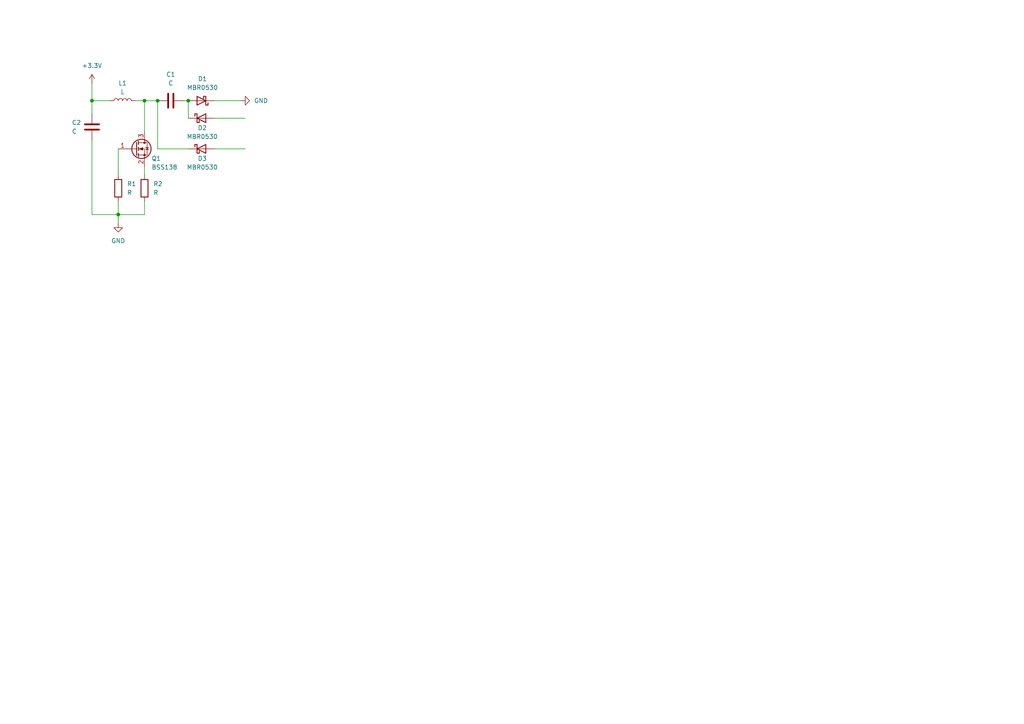
<source format=kicad_sch>
(kicad_sch (version 20231120) (generator "eeschema") (generator_version "8.0")
  (paper "A4")
  (lib_symbols
    (symbol "Device:C" (pin_numbers hide) (pin_names (offset 0.254))
      (property "Reference" "C" (at 0.635 2.54 0))
      (property "Value" "C" (at 0.635 -2.54 0))
      (symbol "C_0_1"
        (polyline (pts (xy -2.032 -0.762) (xy 2.032 -0.762)) (stroke (width 0.508)))
        (polyline (pts (xy -2.032 0.762) (xy 2.032 0.762)) (stroke (width 0.508)))
      )
      (symbol "C_1_1"
        (pin passive line (at 0 3.81 270) (length 2.794) (name "~") (number "1"))
        (pin passive line (at 0 -3.81 90) (length 2.794) (name "~") (number "2"))
      )
    )
    (symbol "Device:L" (pin_numbers hide) (pin_names (offset 1.016) hide)
      (property "Reference" "L" (at -1.27 0 90))
      (property "Value" "L" (at 1.905 0 90))
      (symbol "L_0_1"
        (arc (start 0 -2.54) (mid 0.6323 -1.905) (end 0 -1.27))
        (arc (start 0 -1.27) (mid 0.6323 -0.635) (end 0 0))
        (arc (start 0 0) (mid 0.6323 0.635) (end 0 1.27))
        (arc (start 0 1.27) (mid 0.6323 1.905) (end 0 2.54))
      )
      (symbol "L_1_1"
        (pin passive line (at 0 3.81 270) (length 1.27) (name "1") (number "1"))
        (pin passive line (at 0 -3.81 90) (length 1.27) (name "2") (number "2"))
      )
    )
    (symbol "Device:R" (pin_numbers hide) (pin_names (offset 0))
      (property "Reference" "R" (at 2.032 0 90))
      (property "Value" "R" (at 0 0 90))
      (symbol "R_0_1"
        (rectangle (start -1.016 -2.54) (end 1.016 2.54) (stroke (width 0.254)))
      )
      (symbol "R_1_1"
        (pin passive line (at 0 3.81 270) (length 1.27) (name "~") (number "1"))
        (pin passive line (at 0 -3.81 90) (length 1.27) (name "~") (number "2"))
      )
    )
    (symbol "Diode:MBR0530" (pin_numbers hide) (pin_names (offset 1.016) hide)
      (property "Reference" "D" (at 0 2.54 0))
      (property "Value" "MBR0530" (at 0 -2.54 0))
      (symbol "MBR0530_0_1"
        (polyline (pts (xy 1.27 0) (xy -1.27 0)))
        (polyline (pts (xy 1.27 1.27) (xy 1.27 -1.27) (xy -1.27 0) (xy 1.27 1.27)) (stroke (width 0.254)))
        (polyline (pts (xy -1.905 0.635) (xy -1.905 1.27) (xy -1.27 1.27) (xy -1.27 -1.27) (xy -0.635 -1.27) (xy -0.635 -0.635)) (stroke (width 0.254)))
      )
      (symbol "MBR0530_1_1"
        (pin passive line (at -3.81 0 0) (length 2.54) (name "K") (number "1"))
        (pin passive line (at 3.81 0 180) (length 2.54) (name "A") (number "2"))
      )
    )
    (symbol "Transistor_FET:BSS138" (pin_names hide)
      (property "Reference" "Q" (at 5.08 1.905 0))
      (property "Value" "BSS138" (at 5.08 0 0))
      (symbol "BSS138_0_1"
        (polyline (pts (xy 0.254 0) (xy -2.54 0)))
        (polyline (pts (xy 0.254 1.905) (xy 0.254 -1.905)) (stroke (width 0.254)))
        (polyline (pts (xy 0.762 -1.27) (xy 0.762 -2.286)) (stroke (width 0.254)))
        (polyline (pts (xy 0.762 0.508) (xy 0.762 -0.508)) (stroke (width 0.254)))
        (polyline (pts (xy 0.762 2.286) (xy 0.762 1.27)) (stroke (width 0.254)))
        (polyline (pts (xy 2.54 2.54) (xy 2.54 1.778)))
        (polyline (pts (xy 2.54 -2.54) (xy 2.54 0) (xy 0.762 0)))
        (polyline (pts (xy 0.762 -1.778) (xy 3.302 -1.778) (xy 3.302 1.778) (xy 0.762 1.778)))
        (polyline (pts (xy 1.016 0) (xy 2.032 0.381) (xy 2.032 -0.381) (xy 1.016 0)) (fill (type outline)))
        (polyline (pts (xy 2.794 0.508) (xy 2.921 0.381) (xy 3.683 0.381) (xy 3.81 0.254)))
        (polyline (pts (xy 3.302 0.381) (xy 2.921 -0.254) (xy 3.683 -0.254) (xy 3.302 0.381)))
        (circle (center 1.651 0) (radius 2.794) (stroke (width 0.254)))
        (circle (center 2.54 -1.778) (radius 0.254) (fill (type outline)))
        (circle (center 2.54 1.778) (radius 0.254) (fill (type outline)))
      )
      (symbol "BSS138_1_1"
        (pin input line (at -5.08 0 0) (length 2.54) (name "G") (number "1"))
        (pin passive line (at 2.54 -5.08 90) (length 2.54) (name "S") (number "2"))
        (pin passive line (at 2.54 5.08 270) (length 2.54) (name "D") (number "3"))
      )
    )
    (symbol "power:+3.3V" (power) (pin_numbers hide) (pin_names (offset 0) hide)
      (property "Value" "+3.3V" (at 0 3.556 0))
      (symbol "+3.3V_0_1"
        (polyline (pts (xy -0.762 1.27) (xy 0 2.54)))
        (polyline (pts (xy 0 0) (xy 0 2.54)))
        (polyline (pts (xy 0 2.54) (xy 0.762 1.27)))
      )
      (symbol "+3.3V_1_1"
        (pin power_in line (at 0 0 90) (length 0) (name "~") (number "1"))
      )
    )
    (symbol "power:GND" (power) (pin_numbers hide) (pin_names (offset 0) hide)
      (property "Value" "GND" (at 0 -3.81 0))
      (symbol "GND_0_1"
        (polyline (pts (xy 0 0) (xy 0 -1.27) (xy 1.27 -1.27) (xy 0 -2.54) (xy -1.27 -1.27) (xy 0 -1.27)))
      )
      (symbol "GND_1_1"
        (pin power_in line (at 0 0 270) (length 0) (name "~") (number "1"))
      )
    )
  )
  (junction (at 34.29 62.23))
  (junction (at 45.72 29.21))
  (junction (at 54.61 29.21))
  (junction (at 26.67 29.21))
  (junction (at 41.91 29.21))
  (wire (pts (xy 39.37 29.21) (xy 41.91 29.21)))
  (wire (pts (xy 53.34 29.21) (xy 54.61 29.21)))
  (wire (pts (xy 34.29 62.23) (xy 34.29 64.77)))
  (wire (pts (xy 62.23 34.29) (xy 71.12 34.29)))
  (wire (pts (xy 26.67 29.21) (xy 26.67 33.02)))
  (wire (pts (xy 62.23 29.21) (xy 69.85 29.21)))
  (wire (pts (xy 34.29 58.42) (xy 34.29 62.23)))
  (wire (pts (xy 41.91 38.1) (xy 41.91 29.21)))
  (wire (pts (xy 62.23 43.18) (xy 71.12 43.18)))
  (wire (pts (xy 41.91 48.26) (xy 41.91 50.8)))
  (wire (pts (xy 26.67 24.13) (xy 26.67 29.21)))
  (wire (pts (xy 54.61 34.29) (xy 54.61 29.21)))
  (wire (pts (xy 45.72 29.21) (xy 45.72 43.18)))
  (wire (pts (xy 41.91 62.23) (xy 41.91 58.42)))
  (wire (pts (xy 34.29 43.18) (xy 34.29 50.8)))
  (wire (pts (xy 31.75 29.21) (xy 26.67 29.21)))
  (wire (pts (xy 34.29 62.23) (xy 41.91 62.23)))
  (wire (pts (xy 26.67 40.64) (xy 26.67 62.23)))
  (wire (pts (xy 54.61 43.18) (xy 45.72 43.18)))
  (wire (pts (xy 41.91 29.21) (xy 45.72 29.21)))
  (wire (pts (xy 26.67 62.23) (xy 34.29 62.23)))
  (symbol (lib_id "Device:C") (at 49.53 29.21 90) (unit 1)
    (property "Reference" "C1" (at 49.53 21.59 90))
    (property "Value" "C" (at 49.53 24.13 90))
    (property "Description" "Unpolarized capacitor" (effects (hide yes)))
  )
  (symbol (lib_id "power:GND") (at 34.29 64.77 0) (unit 1)
    (property "Reference" "#PWR03" (effects (hide yes)))
    (property "Value" "GND" (at 34.29 69.85 0))
    (property "Description" "Power symbol creates a global label with name \"GND\" , ground" (effects (hide yes)))
  )
  (symbol (lib_id "Transistor_FET:BSS138") (at 39.37 43.18 0) (unit 1)
    (property "Reference" "Q1" (at 43.942 45.974 0) (effects (justify left)))
    (property "Value" "BSS138" (at 43.942 48.514 0) (effects (justify left)))
    (property "Footprint" "Package_TO_SOT_SMD:SOT-23" (effects (hide yes)))
    (property "Datasheet" "https://www.onsemi.com/pub/Collateral/BSS138-D.PDF" (effects (hide yes)))
    (property "Description" "50V Vds, 0.22A Id, N-Channel MOSFET, SOT-23" (effects (hide yes)))
  )
  (symbol (lib_id "power:+3.3V") (at 26.67 24.13 0) (unit 1)
    (property "Reference" "#PWR02" (effects (hide yes)))
    (property "Value" "+3.3V" (at 26.67 19.05 0))
    (property "Description" "Power symbol creates a global label with name \"+3.3V\"" (effects (hide yes)))
  )
  (symbol (lib_id "Device:C") (at 26.67 36.83 0) (unit 1)
    (property "Reference" "C2" (at 20.828 35.56 0) (effects (justify left)))
    (property "Value" "C" (at 20.828 38.1 0) (effects (justify left)))
    (property "Description" "Unpolarized capacitor" (effects (hide yes)))
  )
  (symbol (lib_id "Diode:MBR0530") (at 58.42 29.21 180) (unit 1)
    (property "Reference" "D1" (at 58.7375 22.86 0))
    (property "Value" "MBR0530" (at 58.7375 25.4 0))
    (property "Footprint" "Diode_SMD:D_SOD-123" (effects (hide yes)))
    (property "Datasheet" "http://www.mccsemi.com/up_pdf/MBR0520~MBR0580(SOD123).pdf" (effects (hide yes)))
    (property "Description" "30V 0.5A Schottky Power Rectifier Diode, SOD-123" (effects (hide yes)))
  )
  (symbol (lib_id "Device:R") (at 41.91 54.61 0) (unit 1)
    (property "Reference" "R2" (at 44.45 53.3399 0) (effects (justify left)))
    (property "Value" "R" (at 44.45 55.8799 0) (effects (justify left)))
    (property "Description" "Resistor" (effects (hide yes)))
  )
  (symbol (lib_id "Device:L") (at 35.56 29.21 90) (unit 1)
    (property "Reference" "L1" (at 35.56 24.13 90))
    (property "Value" "L" (at 35.56 26.67 90))
    (property "Description" "Inductor" (effects (hide yes)))
  )
  (symbol (lib_id "Device:R") (at 34.29 54.61 0) (unit 1)
    (property "Reference" "R1" (at 36.83 53.3399 0) (effects (justify left)))
    (property "Value" "R" (at 36.83 55.8799 0) (effects (justify left)))
    (property "Description" "Resistor" (effects (hide yes)))
  )
  (symbol (lib_id "Diode:MBR0530") (at 58.42 34.29 0) (unit 1)
    (property "Reference" "D2" (at 58.674 37.084 0))
    (property "Value" "MBR0530" (at 58.674 39.624 0))
    (property "Footprint" "Diode_SMD:D_SOD-123" (effects (hide yes)))
    (property "Datasheet" "http://www.mccsemi.com/up_pdf/MBR0520~MBR0580(SOD123).pdf" (effects (hide yes)))
    (property "Description" "30V 0.5A Schottky Power Rectifier Diode, SOD-123" (effects (hide yes)))
  )
  (symbol (lib_id "power:GND") (at 69.85 29.21 90) (unit 1)
    (property "Reference" "#PWR01" (effects (hide yes)))
    (property "Value" "GND" (at 73.66 29.2099 90) (effects (justify right)))
    (property "Description" "Power symbol creates a global label with name \"GND\" , ground" (effects (hide yes)))
  )
  (symbol (lib_id "Diode:MBR0530") (at 58.42 43.18 0) (unit 1)
    (property "Reference" "D3" (at 58.674 45.974 0))
    (property "Value" "MBR0530" (at 58.674 48.514 0))
    (property "Footprint" "Diode_SMD:D_SOD-123" (effects (hide yes)))
    (property "Datasheet" "http://www.mccsemi.com/up_pdf/MBR0520~MBR0580(SOD123).pdf" (effects (hide yes)))
    (property "Description" "30V 0.5A Schottky Power Rectifier Diode, SOD-123" (effects (hide yes)))
  )
)
</source>
